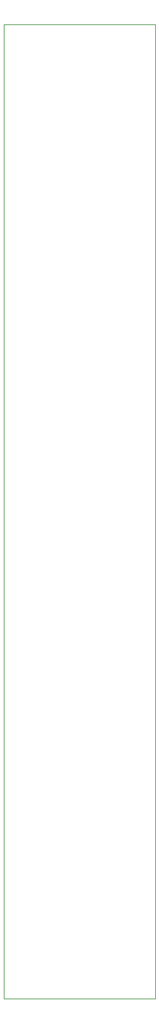
<source format=gbr>
G04 #@! TF.GenerationSoftware,KiCad,Pcbnew,(5.1.5-0-10_14)*
G04 #@! TF.CreationDate,2021-03-12T21:21:17+01:00*
G04 #@! TF.ProjectId,es_base,65735f62-6173-4652-9e6b-696361645f70,rev?*
G04 #@! TF.SameCoordinates,Original*
G04 #@! TF.FileFunction,Profile,NP*
%FSLAX46Y46*%
G04 Gerber Fmt 4.6, Leading zero omitted, Abs format (unit mm)*
G04 Created by KiCad (PCBNEW (5.1.5-0-10_14)) date 2021-03-12 21:21:17*
%MOMM*%
%LPD*%
G04 APERTURE LIST*
%ADD10C,0.050000*%
G04 APERTURE END LIST*
D10*
X117094000Y-163576000D02*
X137160000Y-163576000D01*
X137160000Y-35052000D02*
X137160000Y-163576000D01*
X117094000Y-35052000D02*
X137160000Y-35052000D01*
X117094000Y-163576000D02*
X117094000Y-35052000D01*
M02*

</source>
